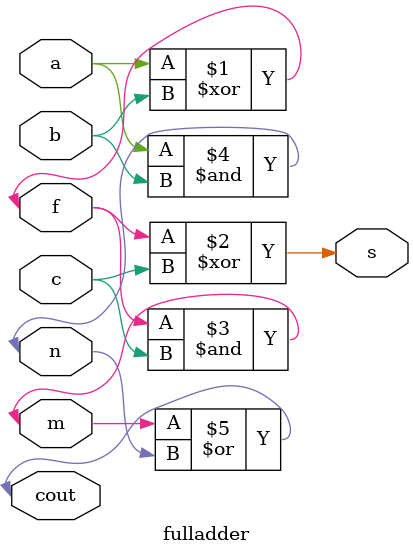
<source format=v>
`timescale 1ns / 1ps

module fulladder(
    input a,
    input b,
    input c,
    inout f,
    inout m,
    inout n,
    output s,
    inout cout
    );
	xor(f,a,b);
	xor(s,f,c);
	and(m,f,c);
	and(n,a,b);
	or(cout,m,n);

endmodule

// software in lab used is called Xilinx Vivado
</source>
